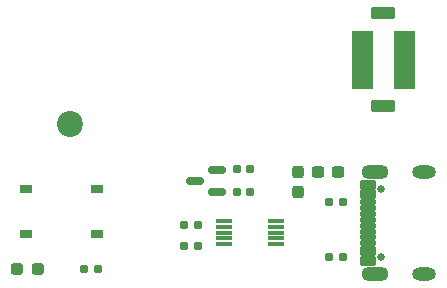
<source format=gbr>
%TF.GenerationSoftware,KiCad,Pcbnew,7.0.7*%
%TF.CreationDate,2024-04-13T00:06:02+09:00*%
%TF.ProjectId,Wi-SUN_Board,57692d53-554e-45f4-926f-6172642e6b69,0.1.2*%
%TF.SameCoordinates,Original*%
%TF.FileFunction,Soldermask,Top*%
%TF.FilePolarity,Negative*%
%FSLAX46Y46*%
G04 Gerber Fmt 4.6, Leading zero omitted, Abs format (unit mm)*
G04 Created by KiCad (PCBNEW 7.0.7) date 2024-04-13 00:06:02*
%MOMM*%
%LPD*%
G01*
G04 APERTURE LIST*
G04 Aperture macros list*
%AMRoundRect*
0 Rectangle with rounded corners*
0 $1 Rounding radius*
0 $2 $3 $4 $5 $6 $7 $8 $9 X,Y pos of 4 corners*
0 Add a 4 corners polygon primitive as box body*
4,1,4,$2,$3,$4,$5,$6,$7,$8,$9,$2,$3,0*
0 Add four circle primitives for the rounded corners*
1,1,$1+$1,$2,$3*
1,1,$1+$1,$4,$5*
1,1,$1+$1,$6,$7*
1,1,$1+$1,$8,$9*
0 Add four rect primitives between the rounded corners*
20,1,$1+$1,$2,$3,$4,$5,0*
20,1,$1+$1,$4,$5,$6,$7,0*
20,1,$1+$1,$6,$7,$8,$9,0*
20,1,$1+$1,$8,$9,$2,$3,0*%
G04 Aperture macros list end*
%ADD10C,0.010000*%
%ADD11RoundRect,0.155000X-0.212500X-0.155000X0.212500X-0.155000X0.212500X0.155000X-0.212500X0.155000X0*%
%ADD12RoundRect,0.102000X0.900000X-0.400000X0.900000X0.400000X-0.900000X0.400000X-0.900000X-0.400000X0*%
%ADD13RoundRect,0.237500X-0.237500X0.300000X-0.237500X-0.300000X0.237500X-0.300000X0.237500X0.300000X0*%
%ADD14C,2.200000*%
%ADD15RoundRect,0.150000X0.587500X0.150000X-0.587500X0.150000X-0.587500X-0.150000X0.587500X-0.150000X0*%
%ADD16RoundRect,0.160000X0.197500X0.160000X-0.197500X0.160000X-0.197500X-0.160000X0.197500X-0.160000X0*%
%ADD17R,1.000000X0.750000*%
%ADD18RoundRect,0.237500X0.300000X0.237500X-0.300000X0.237500X-0.300000X-0.237500X0.300000X-0.237500X0*%
%ADD19R,1.400000X0.300000*%
%ADD20RoundRect,0.155000X0.212500X0.155000X-0.212500X0.155000X-0.212500X-0.155000X0.212500X-0.155000X0*%
%ADD21RoundRect,0.237500X-0.287500X-0.237500X0.287500X-0.237500X0.287500X0.237500X-0.287500X0.237500X0*%
%ADD22C,0.650000*%
%ADD23RoundRect,0.102000X0.570000X-0.300000X0.570000X0.300000X-0.570000X0.300000X-0.570000X-0.300000X0*%
%ADD24RoundRect,0.102000X0.570000X-0.150000X0.570000X0.150000X-0.570000X0.150000X-0.570000X-0.150000X0*%
%ADD25O,2.304000X1.254000*%
%ADD26O,2.004000X1.104000*%
G04 APERTURE END LIST*
%TO.C,J1*%
D10*
X188050000Y-111450000D02*
X186350000Y-111450000D01*
X186350000Y-111050000D01*
X188050000Y-111050000D01*
X188050000Y-111450000D01*
G36*
X188050000Y-111450000D02*
G01*
X186350000Y-111450000D01*
X186350000Y-111050000D01*
X188050000Y-111050000D01*
X188050000Y-111450000D01*
G37*
X191650000Y-111450000D02*
X189950000Y-111450000D01*
X189950000Y-111050000D01*
X191650000Y-111050000D01*
X191650000Y-111450000D01*
G36*
X191650000Y-111450000D02*
G01*
X189950000Y-111450000D01*
X189950000Y-111050000D01*
X191650000Y-111050000D01*
X191650000Y-111450000D01*
G37*
X188050000Y-110950000D02*
X186350000Y-110950000D01*
X186350000Y-110550000D01*
X188050000Y-110550000D01*
X188050000Y-110950000D01*
G36*
X188050000Y-110950000D02*
G01*
X186350000Y-110950000D01*
X186350000Y-110550000D01*
X188050000Y-110550000D01*
X188050000Y-110950000D01*
G37*
X191650000Y-110950000D02*
X189950000Y-110950000D01*
X189950000Y-110550000D01*
X191650000Y-110550000D01*
X191650000Y-110950000D01*
G36*
X191650000Y-110950000D02*
G01*
X189950000Y-110950000D01*
X189950000Y-110550000D01*
X191650000Y-110550000D01*
X191650000Y-110950000D01*
G37*
X188050000Y-110450000D02*
X186350000Y-110450000D01*
X186350000Y-110050000D01*
X188050000Y-110050000D01*
X188050000Y-110450000D01*
G36*
X188050000Y-110450000D02*
G01*
X186350000Y-110450000D01*
X186350000Y-110050000D01*
X188050000Y-110050000D01*
X188050000Y-110450000D01*
G37*
X191650000Y-110450000D02*
X189950000Y-110450000D01*
X189950000Y-110050000D01*
X191650000Y-110050000D01*
X191650000Y-110450000D01*
G36*
X191650000Y-110450000D02*
G01*
X189950000Y-110450000D01*
X189950000Y-110050000D01*
X191650000Y-110050000D01*
X191650000Y-110450000D01*
G37*
X188050000Y-109950000D02*
X186350000Y-109950000D01*
X186350000Y-109550000D01*
X188050000Y-109550000D01*
X188050000Y-109950000D01*
G36*
X188050000Y-109950000D02*
G01*
X186350000Y-109950000D01*
X186350000Y-109550000D01*
X188050000Y-109550000D01*
X188050000Y-109950000D01*
G37*
X191650000Y-109950000D02*
X189950000Y-109950000D01*
X189950000Y-109550000D01*
X191650000Y-109550000D01*
X191650000Y-109950000D01*
G36*
X191650000Y-109950000D02*
G01*
X189950000Y-109950000D01*
X189950000Y-109550000D01*
X191650000Y-109550000D01*
X191650000Y-109950000D01*
G37*
X188050000Y-109450000D02*
X186350000Y-109450000D01*
X186350000Y-109050000D01*
X188050000Y-109050000D01*
X188050000Y-109450000D01*
G36*
X188050000Y-109450000D02*
G01*
X186350000Y-109450000D01*
X186350000Y-109050000D01*
X188050000Y-109050000D01*
X188050000Y-109450000D01*
G37*
X191650000Y-109450000D02*
X189950000Y-109450000D01*
X189950000Y-109050000D01*
X191650000Y-109050000D01*
X191650000Y-109450000D01*
G36*
X191650000Y-109450000D02*
G01*
X189950000Y-109450000D01*
X189950000Y-109050000D01*
X191650000Y-109050000D01*
X191650000Y-109450000D01*
G37*
X188050000Y-108950000D02*
X186350000Y-108950000D01*
X186350000Y-108550000D01*
X188050000Y-108550000D01*
X188050000Y-108950000D01*
G36*
X188050000Y-108950000D02*
G01*
X186350000Y-108950000D01*
X186350000Y-108550000D01*
X188050000Y-108550000D01*
X188050000Y-108950000D01*
G37*
X191650000Y-108950000D02*
X189950000Y-108950000D01*
X189950000Y-108550000D01*
X191650000Y-108550000D01*
X191650000Y-108950000D01*
G36*
X191650000Y-108950000D02*
G01*
X189950000Y-108950000D01*
X189950000Y-108550000D01*
X191650000Y-108550000D01*
X191650000Y-108950000D01*
G37*
X188050000Y-108450000D02*
X186350000Y-108450000D01*
X186350000Y-108050000D01*
X188050000Y-108050000D01*
X188050000Y-108450000D01*
G36*
X188050000Y-108450000D02*
G01*
X186350000Y-108450000D01*
X186350000Y-108050000D01*
X188050000Y-108050000D01*
X188050000Y-108450000D01*
G37*
X191650000Y-108450000D02*
X189950000Y-108450000D01*
X189950000Y-108050000D01*
X191650000Y-108050000D01*
X191650000Y-108450000D01*
G36*
X191650000Y-108450000D02*
G01*
X189950000Y-108450000D01*
X189950000Y-108050000D01*
X191650000Y-108050000D01*
X191650000Y-108450000D01*
G37*
X188050000Y-107950000D02*
X186350000Y-107950000D01*
X186350000Y-107550000D01*
X188050000Y-107550000D01*
X188050000Y-107950000D01*
G36*
X188050000Y-107950000D02*
G01*
X186350000Y-107950000D01*
X186350000Y-107550000D01*
X188050000Y-107550000D01*
X188050000Y-107950000D01*
G37*
X191650000Y-107950000D02*
X189950000Y-107950000D01*
X189950000Y-107550000D01*
X191650000Y-107550000D01*
X191650000Y-107950000D01*
G36*
X191650000Y-107950000D02*
G01*
X189950000Y-107950000D01*
X189950000Y-107550000D01*
X191650000Y-107550000D01*
X191650000Y-107950000D01*
G37*
X188050000Y-107450000D02*
X186350000Y-107450000D01*
X186350000Y-107050000D01*
X188050000Y-107050000D01*
X188050000Y-107450000D01*
G36*
X188050000Y-107450000D02*
G01*
X186350000Y-107450000D01*
X186350000Y-107050000D01*
X188050000Y-107050000D01*
X188050000Y-107450000D01*
G37*
X191650000Y-107450000D02*
X189950000Y-107450000D01*
X189950000Y-107050000D01*
X191650000Y-107050000D01*
X191650000Y-107450000D01*
G36*
X191650000Y-107450000D02*
G01*
X189950000Y-107450000D01*
X189950000Y-107050000D01*
X191650000Y-107050000D01*
X191650000Y-107450000D01*
G37*
X188050000Y-106950000D02*
X186350000Y-106950000D01*
X186350000Y-106550000D01*
X188050000Y-106550000D01*
X188050000Y-106950000D01*
G36*
X188050000Y-106950000D02*
G01*
X186350000Y-106950000D01*
X186350000Y-106550000D01*
X188050000Y-106550000D01*
X188050000Y-106950000D01*
G37*
X191650000Y-106950000D02*
X189950000Y-106950000D01*
X189950000Y-106550000D01*
X191650000Y-106550000D01*
X191650000Y-106950000D01*
G36*
X191650000Y-106950000D02*
G01*
X189950000Y-106950000D01*
X189950000Y-106550000D01*
X191650000Y-106550000D01*
X191650000Y-106950000D01*
G37*
%TD*%
D11*
%TO.C,C2*%
X176632500Y-118250000D03*
X177767500Y-118250000D03*
%TD*%
D12*
%TO.C,J1*%
X189000000Y-105050000D03*
X189000000Y-112950000D03*
%TD*%
D13*
%TO.C,C1*%
X181800000Y-118500000D03*
X181800000Y-120225000D03*
%TD*%
D14*
%TO.C,*%
X162500000Y-114500000D03*
%TD*%
D15*
%TO.C,U1*%
X174975000Y-120250000D03*
X174975000Y-118350000D03*
X173100000Y-119300000D03*
%TD*%
D16*
%TO.C,R2*%
X185600000Y-121100000D03*
X184405000Y-121100000D03*
%TD*%
D17*
%TO.C,SW1*%
X158750000Y-120000000D03*
X164750000Y-120000000D03*
X158750000Y-123750000D03*
X164750000Y-123750000D03*
%TD*%
D16*
%TO.C,R1*%
X164847500Y-126750000D03*
X163652500Y-126750000D03*
%TD*%
D18*
%TO.C,F1*%
X185200000Y-118500000D03*
X183475000Y-118500000D03*
%TD*%
D19*
%TO.C,U2*%
X179950000Y-124650000D03*
X179950000Y-124150000D03*
X179950000Y-123650000D03*
X179950000Y-123150000D03*
X179950000Y-122650000D03*
X175550000Y-122650000D03*
X175550000Y-123150000D03*
X175550000Y-123650000D03*
X175550000Y-124150000D03*
X175550000Y-124650000D03*
%TD*%
D20*
%TO.C,C3*%
X173317500Y-123000000D03*
X172182500Y-123000000D03*
%TD*%
D11*
%TO.C,C4*%
X176632500Y-120250000D03*
X177767500Y-120250000D03*
%TD*%
D20*
%TO.C,C5*%
X173317500Y-124750000D03*
X172182500Y-124750000D03*
%TD*%
D16*
%TO.C,R3*%
X185597500Y-125700000D03*
X184402500Y-125700000D03*
%TD*%
D21*
%TO.C,D1*%
X158000000Y-126750000D03*
X159750000Y-126750000D03*
%TD*%
D22*
%TO.C,J2*%
X188820000Y-125710000D03*
X188820000Y-119930000D03*
D23*
X187750000Y-126020000D03*
X187750000Y-125220000D03*
D24*
X187750000Y-124070000D03*
X187750000Y-123070000D03*
X187750000Y-122570000D03*
X187750000Y-121570000D03*
D23*
X187750000Y-119620000D03*
X187750000Y-120420000D03*
D24*
X187750000Y-121070000D03*
X187750000Y-122070000D03*
X187750000Y-123570000D03*
X187750000Y-124570000D03*
D25*
X188320000Y-127140000D03*
X188320000Y-118500000D03*
D26*
X192500000Y-127140000D03*
X192500000Y-118500000D03*
%TD*%
M02*

</source>
